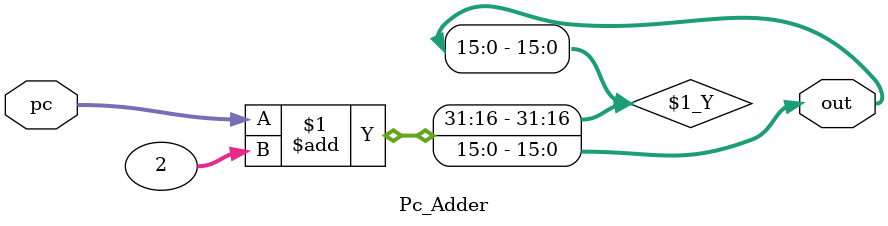
<source format=v>
module Pc_Adder (pc,out);
input [15:0]pc;
output [15:0] out;

assign out = pc + 2;

endmodule
</source>
